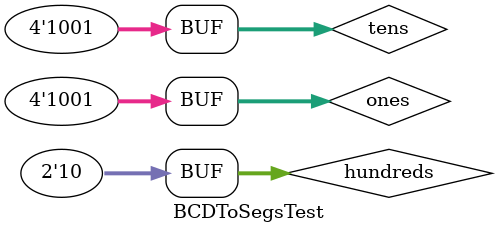
<source format=v>
`timescale 1ns / 1ps


module BCDToSegsTest;

	// Inputs
	reg [3:0] ones;
	reg [3:0] tens;
	reg [1:0] hundreds;

	// Outputs
	wire [23:0] segments;

	// Instantiate the Unit Under Test (UUT)
	BCDToSegs uut (
		.ones(ones), 
		.tens(tens), 
		.hundreds(hundreds), 
		.segments(segments)
	);

	initial begin
		// Initialize Inputs
		ones = 0;
		tens = 0;
		hundreds = 0;

		// Wait 100 ns for global reset to finish
		#100;
        
		// Add stimulus here
		ones = 9;
		tens = 9;
		hundreds = 2;

	end
      
endmodule


</source>
